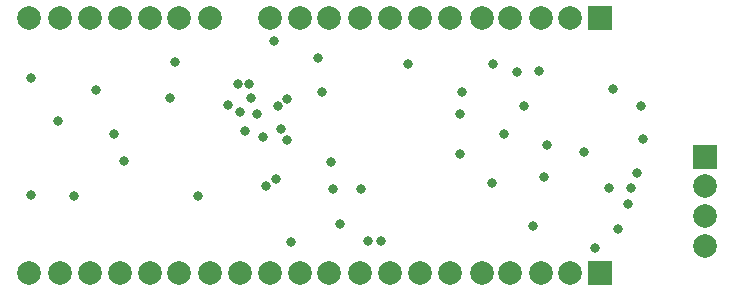
<source format=gbs>
G04*
G04 #@! TF.GenerationSoftware,Altium Limited,Altium Designer,19.1.5 (86)*
G04*
G04 Layer_Color=16711935*
%FSLAX44Y44*%
%MOMM*%
G71*
G01*
G75*
%ADD37R,2.0032X2.0032*%
%ADD38C,2.0032*%
%ADD39R,2.0032X2.0032*%
%ADD40C,0.8032*%
D37*
X662500Y135000D02*
D03*
D38*
Y110000D02*
D03*
Y85000D02*
D03*
Y59000D02*
D03*
X268750Y36250D02*
D03*
X243750D02*
D03*
X548750D02*
D03*
X217750D02*
D03*
X523750D02*
D03*
X192750D02*
D03*
X497750D02*
D03*
X167750D02*
D03*
X473750D02*
D03*
X141750D02*
D03*
X446750D02*
D03*
X294750D02*
D03*
X319750D02*
D03*
X344750D02*
D03*
X370750D02*
D03*
X395750D02*
D03*
X421750D02*
D03*
X116750D02*
D03*
X90750D02*
D03*
X243750Y251990D02*
D03*
X548750D02*
D03*
X217750D02*
D03*
X523750D02*
D03*
X192750D02*
D03*
X497750D02*
D03*
X167750D02*
D03*
X473750D02*
D03*
X141750D02*
D03*
X446750D02*
D03*
X294750D02*
D03*
X319750D02*
D03*
X344750D02*
D03*
X370750D02*
D03*
X395750D02*
D03*
X421750D02*
D03*
X116750D02*
D03*
X90750D02*
D03*
D39*
X573750Y36250D02*
D03*
Y251990D02*
D03*
D40*
X338750Y190000D02*
D03*
X300000Y116250D02*
D03*
X291250Y110000D02*
D03*
X210000Y185000D02*
D03*
X115000Y165000D02*
D03*
X312500Y62500D02*
D03*
X353750Y77500D02*
D03*
X570000Y57500D02*
D03*
X588750Y73750D02*
D03*
X608750Y177500D02*
D03*
X610000Y150000D02*
D03*
X605000Y121250D02*
D03*
X581250Y108750D02*
D03*
X482500Y112500D02*
D03*
X526250Y117500D02*
D03*
X492500Y153750D02*
D03*
X522500Y207500D02*
D03*
X510000Y177500D02*
D03*
X457500Y190000D02*
D03*
X371250Y107500D02*
D03*
X346250Y130000D02*
D03*
X273750Y156250D02*
D03*
X213750Y215000D02*
D03*
X147500Y191250D02*
D03*
X162500Y153750D02*
D03*
X171250Y131250D02*
D03*
X233750Y101250D02*
D03*
X128750D02*
D03*
X600000Y108750D02*
D03*
X585000Y192500D02*
D03*
X276420Y196087D02*
D03*
X267500Y196250D02*
D03*
X560000Y138750D02*
D03*
X388750Y63750D02*
D03*
X347500Y107500D02*
D03*
X301250Y177500D02*
D03*
X335000Y218750D02*
D03*
X297500Y232500D02*
D03*
X283750Y171250D02*
D03*
X288750Y151250D02*
D03*
X377500Y63750D02*
D03*
X278750Y185000D02*
D03*
X92500Y201250D02*
D03*
Y102500D02*
D03*
X597500Y95000D02*
D03*
X528750Y145000D02*
D03*
X455000Y171250D02*
D03*
X303750Y158750D02*
D03*
X503750Y206250D02*
D03*
X483750Y213750D02*
D03*
X268750Y172500D02*
D03*
X258750Y178750D02*
D03*
X455000Y137500D02*
D03*
X517500Y76250D02*
D03*
X308750Y148750D02*
D03*
X411250Y213750D02*
D03*
X308750Y183750D02*
D03*
M02*

</source>
